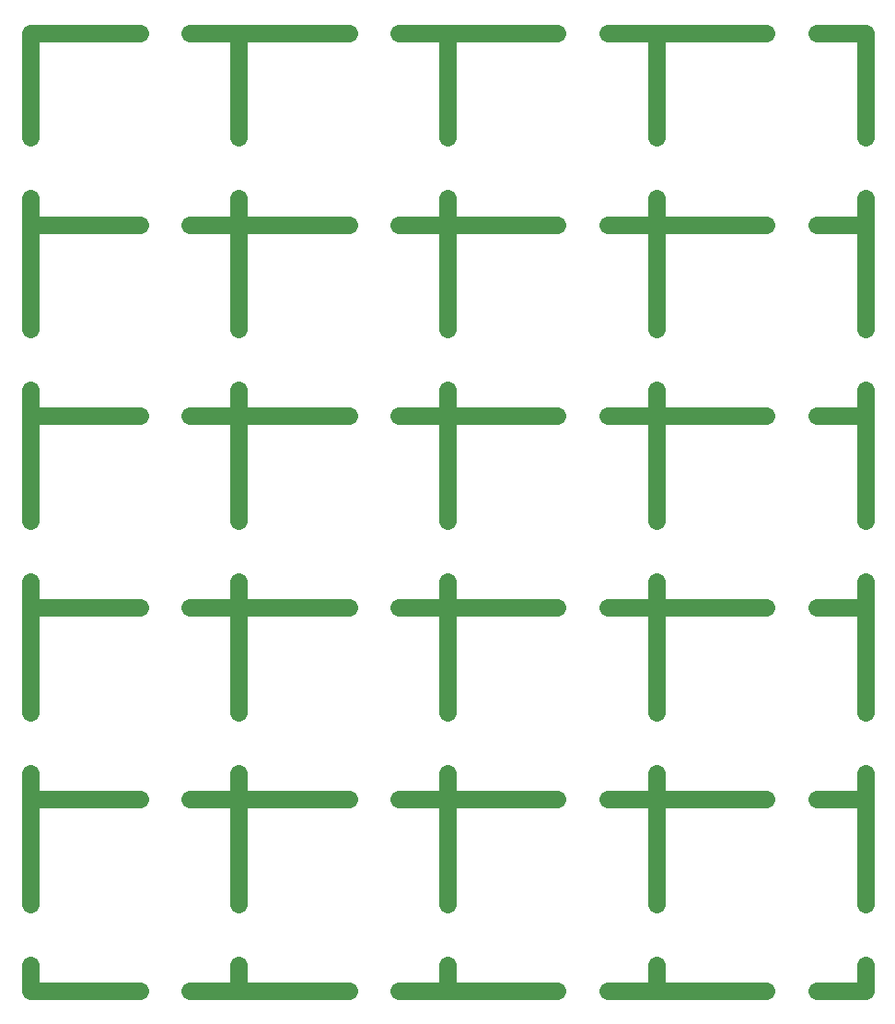
<source format=gbr>
%TF.GenerationSoftware,Altium Limited,Altium Designer,20.1.8 (145)*%
G04 Layer_Color=32768*
%FSLAX45Y45*%
%MOMM*%
%TF.SameCoordinates,0AB19B83-9B04-4470-A1CB-4E81E99A1085*%
%TF.FilePolarity,Positive*%
%TF.FileFunction,Other,Route_Tool_Path*%
%TF.Part,CustomerPanel*%
G01*
G75*
%TA.AperFunction,NonConductor*%
%ADD54C,1.60000*%
D54*
X8800000Y1420000D02*
Y2380000D01*
Y620000D02*
Y860000D01*
X8350000Y620000D02*
X8800000D01*
X6880000D02*
X7890000D01*
X6880000D02*
Y860000D01*
Y1420000D02*
Y2380000D01*
X6430000Y620000D02*
X6880000D01*
X4960000D02*
X5970000D01*
X4960000Y1420000D02*
Y2380000D01*
Y620000D02*
Y860000D01*
X4510000Y620000D02*
X4960000D01*
X3040000D02*
X4050000D01*
X3040000D02*
Y860000D01*
X1120000Y620000D02*
Y860000D01*
X3040000Y1420000D02*
Y2380000D01*
X1120000Y1420000D02*
Y2380000D01*
X2590000Y620000D02*
X3040000D01*
X1120000D02*
X2130000D01*
X8800000Y4940000D02*
Y5900000D01*
Y4140000D02*
Y4380000D01*
X6880000Y2380000D02*
X7890000D01*
X8350000D02*
X8800000D01*
Y2620000D01*
Y3180000D02*
Y4140000D01*
X8350000D02*
X8800000D01*
X6880000D02*
X7890000D01*
X6880000D02*
Y4380000D01*
Y4940000D02*
Y5900000D01*
X4960000Y2380000D02*
X5970000D01*
X6430000D02*
X6880000D01*
Y2620000D01*
Y3180000D02*
Y4140000D01*
X6430000D02*
X6880000D01*
X4960000D02*
X5970000D01*
X4960000Y4940000D02*
Y5900000D01*
Y4140000D02*
Y4380000D01*
X3040000Y2380000D02*
X4050000D01*
X4510000D02*
X4960000D01*
Y2620000D01*
Y3180000D02*
Y4140000D01*
X4510000D02*
X4960000D01*
X3040000D02*
X4050000D01*
X3040000D02*
Y4380000D01*
X1120000Y4140000D02*
Y4380000D01*
X3040000Y4940000D02*
Y5900000D01*
X1120000Y4940000D02*
Y5900000D01*
Y2380000D02*
X2130000D01*
X2590000D02*
X3040000D01*
Y2620000D01*
X1120000Y2380000D02*
Y2620000D01*
X3040000Y3180000D02*
Y4140000D01*
X1120000Y3180000D02*
Y4140000D01*
X2590000D02*
X3040000D01*
X1120000D02*
X2130000D01*
X3040000Y9420000D02*
X4050000D01*
X4510000D02*
X4960000D01*
X3040000Y5900000D02*
X4050000D01*
X4510000D02*
X4960000D01*
X4510000Y7660000D02*
X4960000D01*
X3040000D02*
X4050000D01*
X3040000D02*
Y7900000D01*
X1120000Y7660000D02*
Y7900000D01*
X3040000Y8460000D02*
Y9420000D01*
X1120000Y8460000D02*
Y9420000D01*
X2590000D02*
X3040000D01*
X1120000D02*
X2130000D01*
X1120000Y5900000D02*
X2130000D01*
X2590000D02*
X3040000D01*
Y6140000D01*
X1120000Y5900000D02*
Y6140000D01*
X3040000Y6700000D02*
Y7660000D01*
X1120000Y6700000D02*
Y7660000D01*
X2590000D02*
X3040000D01*
X1120000D02*
X2130000D01*
X4960000Y6700000D02*
Y7660000D01*
Y5900000D02*
Y6140000D01*
X6430000Y5900000D02*
X6880000D01*
X4960000D02*
X5970000D01*
X4960000Y9420000D02*
X5970000D01*
X6430000D02*
X6880000D01*
X4960000Y8460000D02*
Y9420000D01*
Y7660000D02*
Y7900000D01*
X6430000Y7660000D02*
X6880000D01*
X4960000D02*
X5970000D01*
X6880000Y6700000D02*
Y7660000D01*
X8800000Y6700000D02*
Y7660000D01*
X6880000Y5900000D02*
Y6140000D01*
X8800000Y5900000D02*
Y6140000D01*
X8350000Y5900000D02*
X8800000D01*
X6880000D02*
X7890000D01*
X6880000Y7660000D02*
X7890000D01*
X8350000D02*
X8800000D01*
Y7900000D01*
X6880000Y7660000D02*
Y7900000D01*
X8800000Y8460000D02*
Y9420000D01*
X6880000Y8460000D02*
Y9420000D01*
X8350000D02*
X8800000D01*
X6880000D02*
X7890000D01*
%TF.MD5,938decc59cd3f51f9561ad20f0a9da37*%
M02*

</source>
